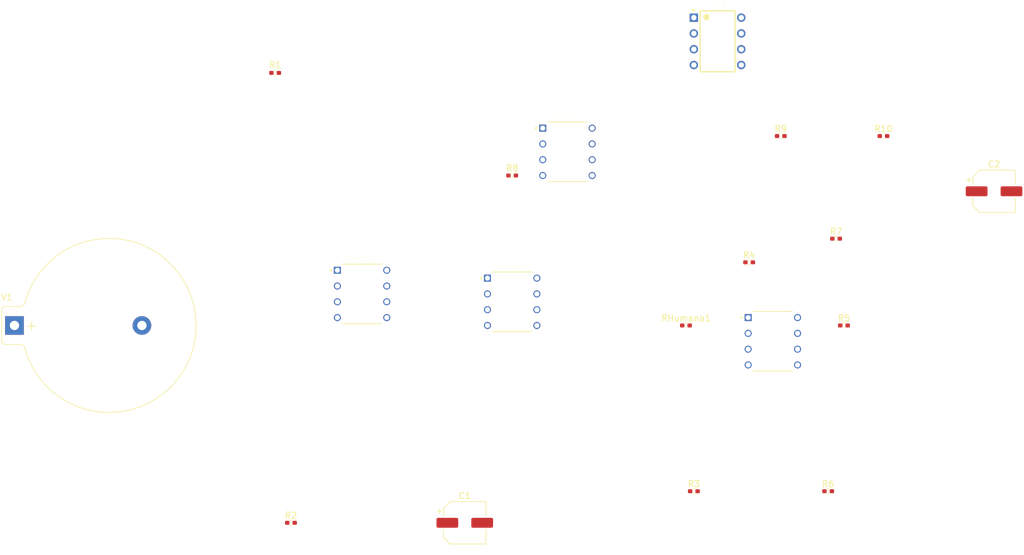
<source format=kicad_pcb>
(kicad_pcb (version 20171130) (host pcbnew "(5.1.8)-1")

  (general
    (thickness 1.6)
    (drawings 0)
    (tracks 0)
    (zones 0)
    (modules 19)
    (nets 20)
  )

  (page A4)
  (layers
    (0 F.Cu signal)
    (31 B.Cu signal)
    (32 B.Adhes user)
    (33 F.Adhes user)
    (34 B.Paste user)
    (35 F.Paste user)
    (36 B.SilkS user)
    (37 F.SilkS user)
    (38 B.Mask user)
    (39 F.Mask user)
    (40 Dwgs.User user)
    (41 Cmts.User user)
    (42 Eco1.User user)
    (43 Eco2.User user)
    (44 Edge.Cuts user)
    (45 Margin user)
    (46 B.CrtYd user)
    (47 F.CrtYd user)
    (48 B.Fab user)
    (49 F.Fab user)
  )

  (setup
    (last_trace_width 0.25)
    (trace_clearance 0.2)
    (zone_clearance 0.508)
    (zone_45_only no)
    (trace_min 0.2)
    (via_size 0.8)
    (via_drill 0.4)
    (via_min_size 0.4)
    (via_min_drill 0.3)
    (uvia_size 0.3)
    (uvia_drill 0.1)
    (uvias_allowed no)
    (uvia_min_size 0.2)
    (uvia_min_drill 0.1)
    (edge_width 0.1)
    (segment_width 0.2)
    (pcb_text_width 0.3)
    (pcb_text_size 1.5 1.5)
    (mod_edge_width 0.15)
    (mod_text_size 1 1)
    (mod_text_width 0.15)
    (pad_size 1.524 1.524)
    (pad_drill 0.762)
    (pad_to_mask_clearance 0)
    (aux_axis_origin 0 0)
    (visible_elements FFFFFF7F)
    (pcbplotparams
      (layerselection 0x010fc_ffffffff)
      (usegerberextensions false)
      (usegerberattributes true)
      (usegerberadvancedattributes true)
      (creategerberjobfile true)
      (excludeedgelayer true)
      (linewidth 0.100000)
      (plotframeref false)
      (viasonmask false)
      (mode 1)
      (useauxorigin false)
      (hpglpennumber 1)
      (hpglpenspeed 20)
      (hpglpendiameter 15.000000)
      (psnegative false)
      (psa4output false)
      (plotreference true)
      (plotvalue true)
      (plotinvisibletext false)
      (padsonsilk false)
      (subtractmaskfromsilk false)
      (outputformat 1)
      (mirror false)
      (drillshape 1)
      (scaleselection 1)
      (outputdirectory ""))
  )

  (net 0 "")
  (net 1 "Net-(C1-Pad2)")
  (net 2 Earth)
  (net 3 "Net-(C2-Pad1)")
  (net 4 GNDREF)
  (net 5 "Net-(R1-Pad2)")
  (net 6 "Net-(R1-Pad1)")
  (net 7 "Net-(R3-Pad1)")
  (net 8 "Net-(R4-Pad1)")
  (net 9 "Net-(R4-Pad2)")
  (net 10 "Net-(R5-Pad1)")
  (net 11 "Net-(R7-Pad1)")
  (net 12 "Net-(R8-Pad1)")
  (net 13 "Net-(R9-Pad2)")
  (net 14 "Net-(R10-Pad2)")
  (net 15 "Net-(U2:A1-Pad~)")
  (net 16 "Net-(U3-Pad3)")
  (net 17 "Net-(U3-Pad6)")
  (net 18 "Net-(U3-Pad7)")
  (net 19 "Net-(U3-Pad8)")

  (net_class Default "Esta es la clase de red por defecto."
    (clearance 0.2)
    (trace_width 0.25)
    (via_dia 0.8)
    (via_drill 0.4)
    (uvia_dia 0.3)
    (uvia_drill 0.1)
    (add_net Earth)
    (add_net GNDREF)
    (add_net "Net-(C1-Pad2)")
    (add_net "Net-(C2-Pad1)")
    (add_net "Net-(R1-Pad1)")
    (add_net "Net-(R1-Pad2)")
    (add_net "Net-(R10-Pad2)")
    (add_net "Net-(R3-Pad1)")
    (add_net "Net-(R4-Pad1)")
    (add_net "Net-(R4-Pad2)")
    (add_net "Net-(R5-Pad1)")
    (add_net "Net-(R7-Pad1)")
    (add_net "Net-(R8-Pad1)")
    (add_net "Net-(R9-Pad2)")
    (add_net "Net-(U2:A1-Pad~)")
    (add_net "Net-(U3-Pad3)")
    (add_net "Net-(U3-Pad6)")
    (add_net "Net-(U3-Pad7)")
    (add_net "Net-(U3-Pad8)")
  )

  (module Capacitor_SMD:CP_Elec_6.3x5.4 (layer F.Cu) (tedit 5BCA39D0) (tstamp 5FBC78C5)
    (at 142.24 137.16)
    (descr "SMD capacitor, aluminum electrolytic, Panasonic C55, 6.3x5.4mm")
    (tags "capacitor electrolytic")
    (path /5FB8FD93)
    (attr smd)
    (fp_text reference C1 (at 0 -4.35) (layer F.SilkS)
      (effects (font (size 1 1) (thickness 0.15)))
    )
    (fp_text value 1uF (at 0 4.35) (layer F.Fab)
      (effects (font (size 1 1) (thickness 0.15)))
    )
    (fp_text user %R (at 0 0) (layer F.Fab)
      (effects (font (size 1 1) (thickness 0.15)))
    )
    (fp_circle (center 0 0) (end 3.15 0) (layer F.Fab) (width 0.1))
    (fp_line (start 3.3 -3.3) (end 3.3 3.3) (layer F.Fab) (width 0.1))
    (fp_line (start -2.3 -3.3) (end 3.3 -3.3) (layer F.Fab) (width 0.1))
    (fp_line (start -2.3 3.3) (end 3.3 3.3) (layer F.Fab) (width 0.1))
    (fp_line (start -3.3 -2.3) (end -3.3 2.3) (layer F.Fab) (width 0.1))
    (fp_line (start -3.3 -2.3) (end -2.3 -3.3) (layer F.Fab) (width 0.1))
    (fp_line (start -3.3 2.3) (end -2.3 3.3) (layer F.Fab) (width 0.1))
    (fp_line (start -2.704838 -1.33) (end -2.074838 -1.33) (layer F.Fab) (width 0.1))
    (fp_line (start -2.389838 -1.645) (end -2.389838 -1.015) (layer F.Fab) (width 0.1))
    (fp_line (start 3.41 3.41) (end 3.41 1.06) (layer F.SilkS) (width 0.12))
    (fp_line (start 3.41 -3.41) (end 3.41 -1.06) (layer F.SilkS) (width 0.12))
    (fp_line (start -2.345563 -3.41) (end 3.41 -3.41) (layer F.SilkS) (width 0.12))
    (fp_line (start -2.345563 3.41) (end 3.41 3.41) (layer F.SilkS) (width 0.12))
    (fp_line (start -3.41 2.345563) (end -3.41 1.06) (layer F.SilkS) (width 0.12))
    (fp_line (start -3.41 -2.345563) (end -3.41 -1.06) (layer F.SilkS) (width 0.12))
    (fp_line (start -3.41 -2.345563) (end -2.345563 -3.41) (layer F.SilkS) (width 0.12))
    (fp_line (start -3.41 2.345563) (end -2.345563 3.41) (layer F.SilkS) (width 0.12))
    (fp_line (start -4.4375 -1.8475) (end -3.65 -1.8475) (layer F.SilkS) (width 0.12))
    (fp_line (start -4.04375 -2.24125) (end -4.04375 -1.45375) (layer F.SilkS) (width 0.12))
    (fp_line (start 3.55 -3.55) (end 3.55 -1.05) (layer F.CrtYd) (width 0.05))
    (fp_line (start 3.55 -1.05) (end 4.8 -1.05) (layer F.CrtYd) (width 0.05))
    (fp_line (start 4.8 -1.05) (end 4.8 1.05) (layer F.CrtYd) (width 0.05))
    (fp_line (start 4.8 1.05) (end 3.55 1.05) (layer F.CrtYd) (width 0.05))
    (fp_line (start 3.55 1.05) (end 3.55 3.55) (layer F.CrtYd) (width 0.05))
    (fp_line (start -2.4 3.55) (end 3.55 3.55) (layer F.CrtYd) (width 0.05))
    (fp_line (start -2.4 -3.55) (end 3.55 -3.55) (layer F.CrtYd) (width 0.05))
    (fp_line (start -3.55 2.4) (end -2.4 3.55) (layer F.CrtYd) (width 0.05))
    (fp_line (start -3.55 -2.4) (end -2.4 -3.55) (layer F.CrtYd) (width 0.05))
    (fp_line (start -3.55 -2.4) (end -3.55 -1.05) (layer F.CrtYd) (width 0.05))
    (fp_line (start -3.55 1.05) (end -3.55 2.4) (layer F.CrtYd) (width 0.05))
    (fp_line (start -3.55 -1.05) (end -4.8 -1.05) (layer F.CrtYd) (width 0.05))
    (fp_line (start -4.8 -1.05) (end -4.8 1.05) (layer F.CrtYd) (width 0.05))
    (fp_line (start -4.8 1.05) (end -3.55 1.05) (layer F.CrtYd) (width 0.05))
    (pad 2 smd roundrect (at 2.8 0) (size 3.5 1.6) (layers F.Cu F.Paste F.Mask) (roundrect_rratio 0.15625)
      (net 1 "Net-(C1-Pad2)"))
    (pad 1 smd roundrect (at -2.8 0) (size 3.5 1.6) (layers F.Cu F.Paste F.Mask) (roundrect_rratio 0.15625)
      (net 2 Earth))
    (model ${KISYS3DMOD}/Capacitor_SMD.3dshapes/CP_Elec_6.3x5.4.wrl
      (at (xyz 0 0 0))
      (scale (xyz 1 1 1))
      (rotate (xyz 0 0 0))
    )
  )

  (module Capacitor_SMD:CP_Elec_6.3x5.4 (layer F.Cu) (tedit 5BCA39D0) (tstamp 5FBC78ED)
    (at 227.33 83.82)
    (descr "SMD capacitor, aluminum electrolytic, Panasonic C55, 6.3x5.4mm")
    (tags "capacitor electrolytic")
    (path /5FC55084)
    (attr smd)
    (fp_text reference C2 (at 0 -4.35) (layer F.SilkS)
      (effects (font (size 1 1) (thickness 0.15)))
    )
    (fp_text value 4.7uF (at 0 4.35) (layer F.Fab)
      (effects (font (size 1 1) (thickness 0.15)))
    )
    (fp_line (start -4.8 1.05) (end -3.55 1.05) (layer F.CrtYd) (width 0.05))
    (fp_line (start -4.8 -1.05) (end -4.8 1.05) (layer F.CrtYd) (width 0.05))
    (fp_line (start -3.55 -1.05) (end -4.8 -1.05) (layer F.CrtYd) (width 0.05))
    (fp_line (start -3.55 1.05) (end -3.55 2.4) (layer F.CrtYd) (width 0.05))
    (fp_line (start -3.55 -2.4) (end -3.55 -1.05) (layer F.CrtYd) (width 0.05))
    (fp_line (start -3.55 -2.4) (end -2.4 -3.55) (layer F.CrtYd) (width 0.05))
    (fp_line (start -3.55 2.4) (end -2.4 3.55) (layer F.CrtYd) (width 0.05))
    (fp_line (start -2.4 -3.55) (end 3.55 -3.55) (layer F.CrtYd) (width 0.05))
    (fp_line (start -2.4 3.55) (end 3.55 3.55) (layer F.CrtYd) (width 0.05))
    (fp_line (start 3.55 1.05) (end 3.55 3.55) (layer F.CrtYd) (width 0.05))
    (fp_line (start 4.8 1.05) (end 3.55 1.05) (layer F.CrtYd) (width 0.05))
    (fp_line (start 4.8 -1.05) (end 4.8 1.05) (layer F.CrtYd) (width 0.05))
    (fp_line (start 3.55 -1.05) (end 4.8 -1.05) (layer F.CrtYd) (width 0.05))
    (fp_line (start 3.55 -3.55) (end 3.55 -1.05) (layer F.CrtYd) (width 0.05))
    (fp_line (start -4.04375 -2.24125) (end -4.04375 -1.45375) (layer F.SilkS) (width 0.12))
    (fp_line (start -4.4375 -1.8475) (end -3.65 -1.8475) (layer F.SilkS) (width 0.12))
    (fp_line (start -3.41 2.345563) (end -2.345563 3.41) (layer F.SilkS) (width 0.12))
    (fp_line (start -3.41 -2.345563) (end -2.345563 -3.41) (layer F.SilkS) (width 0.12))
    (fp_line (start -3.41 -2.345563) (end -3.41 -1.06) (layer F.SilkS) (width 0.12))
    (fp_line (start -3.41 2.345563) (end -3.41 1.06) (layer F.SilkS) (width 0.12))
    (fp_line (start -2.345563 3.41) (end 3.41 3.41) (layer F.SilkS) (width 0.12))
    (fp_line (start -2.345563 -3.41) (end 3.41 -3.41) (layer F.SilkS) (width 0.12))
    (fp_line (start 3.41 -3.41) (end 3.41 -1.06) (layer F.SilkS) (width 0.12))
    (fp_line (start 3.41 3.41) (end 3.41 1.06) (layer F.SilkS) (width 0.12))
    (fp_line (start -2.389838 -1.645) (end -2.389838 -1.015) (layer F.Fab) (width 0.1))
    (fp_line (start -2.704838 -1.33) (end -2.074838 -1.33) (layer F.Fab) (width 0.1))
    (fp_line (start -3.3 2.3) (end -2.3 3.3) (layer F.Fab) (width 0.1))
    (fp_line (start -3.3 -2.3) (end -2.3 -3.3) (layer F.Fab) (width 0.1))
    (fp_line (start -3.3 -2.3) (end -3.3 2.3) (layer F.Fab) (width 0.1))
    (fp_line (start -2.3 3.3) (end 3.3 3.3) (layer F.Fab) (width 0.1))
    (fp_line (start -2.3 -3.3) (end 3.3 -3.3) (layer F.Fab) (width 0.1))
    (fp_line (start 3.3 -3.3) (end 3.3 3.3) (layer F.Fab) (width 0.1))
    (fp_circle (center 0 0) (end 3.15 0) (layer F.Fab) (width 0.1))
    (fp_text user %R (at 0 0) (layer F.Fab)
      (effects (font (size 1 1) (thickness 0.15)))
    )
    (pad 1 smd roundrect (at -2.8 0) (size 3.5 1.6) (layers F.Cu F.Paste F.Mask) (roundrect_rratio 0.15625)
      (net 3 "Net-(C2-Pad1)"))
    (pad 2 smd roundrect (at 2.8 0) (size 3.5 1.6) (layers F.Cu F.Paste F.Mask) (roundrect_rratio 0.15625)
      (net 4 GNDREF))
    (model ${KISYS3DMOD}/Capacitor_SMD.3dshapes/CP_Elec_6.3x5.4.wrl
      (at (xyz 0 0 0))
      (scale (xyz 1 1 1))
      (rotate (xyz 0 0 0))
    )
  )

  (module Resistor_SMD:R_0402_1005Metric_Pad0.72x0.64mm_HandSolder (layer F.Cu) (tedit 5F6BB9E0) (tstamp 5FBC78FE)
    (at 111.76 64.77)
    (descr "Resistor SMD 0402 (1005 Metric), square (rectangular) end terminal, IPC_7351 nominal with elongated pad for handsoldering. (Body size source: IPC-SM-782 page 72, https://www.pcb-3d.com/wordpress/wp-content/uploads/ipc-sm-782a_amendment_1_and_2.pdf), generated with kicad-footprint-generator")
    (tags "resistor handsolder")
    (path /5FBAC4E0)
    (attr smd)
    (fp_text reference R1 (at 0 -1.27) (layer F.SilkS)
      (effects (font (size 1 1) (thickness 0.15)))
    )
    (fp_text value 100kΩ (at 0 1.17) (layer F.Fab)
      (effects (font (size 1 1) (thickness 0.15)))
    )
    (fp_text user %R (at 0 0) (layer F.Fab)
      (effects (font (size 0.26 0.26) (thickness 0.04)))
    )
    (fp_line (start -0.525 0.27) (end -0.525 -0.27) (layer F.Fab) (width 0.1))
    (fp_line (start -0.525 -0.27) (end 0.525 -0.27) (layer F.Fab) (width 0.1))
    (fp_line (start 0.525 -0.27) (end 0.525 0.27) (layer F.Fab) (width 0.1))
    (fp_line (start 0.525 0.27) (end -0.525 0.27) (layer F.Fab) (width 0.1))
    (fp_line (start -0.167621 -0.38) (end 0.167621 -0.38) (layer F.SilkS) (width 0.12))
    (fp_line (start -0.167621 0.38) (end 0.167621 0.38) (layer F.SilkS) (width 0.12))
    (fp_line (start -1.1 0.47) (end -1.1 -0.47) (layer F.CrtYd) (width 0.05))
    (fp_line (start -1.1 -0.47) (end 1.1 -0.47) (layer F.CrtYd) (width 0.05))
    (fp_line (start 1.1 -0.47) (end 1.1 0.47) (layer F.CrtYd) (width 0.05))
    (fp_line (start 1.1 0.47) (end -1.1 0.47) (layer F.CrtYd) (width 0.05))
    (pad 2 smd roundrect (at 0.5975 0) (size 0.715 0.64) (layers F.Cu F.Paste F.Mask) (roundrect_rratio 0.25)
      (net 5 "Net-(R1-Pad2)"))
    (pad 1 smd roundrect (at -0.5975 0) (size 0.715 0.64) (layers F.Cu F.Paste F.Mask) (roundrect_rratio 0.25)
      (net 6 "Net-(R1-Pad1)"))
    (model ${KISYS3DMOD}/Resistor_SMD.3dshapes/R_0402_1005Metric.wrl
      (at (xyz 0 0 0))
      (scale (xyz 1 1 1))
      (rotate (xyz 0 0 0))
    )
  )

  (module Resistor_SMD:R_0402_1005Metric_Pad0.72x0.64mm_HandSolder (layer F.Cu) (tedit 5F6BB9E0) (tstamp 5FBC790F)
    (at 114.3 137.16)
    (descr "Resistor SMD 0402 (1005 Metric), square (rectangular) end terminal, IPC_7351 nominal with elongated pad for handsoldering. (Body size source: IPC-SM-782 page 72, https://www.pcb-3d.com/wordpress/wp-content/uploads/ipc-sm-782a_amendment_1_and_2.pdf), generated with kicad-footprint-generator")
    (tags "resistor handsolder")
    (path /5FBA137D)
    (attr smd)
    (fp_text reference R2 (at 0 -1.17) (layer F.SilkS)
      (effects (font (size 1 1) (thickness 0.15)))
    )
    (fp_text value 100k (at 0 1.17) (layer F.Fab)
      (effects (font (size 1 1) (thickness 0.15)))
    )
    (fp_line (start 1.1 0.47) (end -1.1 0.47) (layer F.CrtYd) (width 0.05))
    (fp_line (start 1.1 -0.47) (end 1.1 0.47) (layer F.CrtYd) (width 0.05))
    (fp_line (start -1.1 -0.47) (end 1.1 -0.47) (layer F.CrtYd) (width 0.05))
    (fp_line (start -1.1 0.47) (end -1.1 -0.47) (layer F.CrtYd) (width 0.05))
    (fp_line (start -0.167621 0.38) (end 0.167621 0.38) (layer F.SilkS) (width 0.12))
    (fp_line (start -0.167621 -0.38) (end 0.167621 -0.38) (layer F.SilkS) (width 0.12))
    (fp_line (start 0.525 0.27) (end -0.525 0.27) (layer F.Fab) (width 0.1))
    (fp_line (start 0.525 -0.27) (end 0.525 0.27) (layer F.Fab) (width 0.1))
    (fp_line (start -0.525 -0.27) (end 0.525 -0.27) (layer F.Fab) (width 0.1))
    (fp_line (start -0.525 0.27) (end -0.525 -0.27) (layer F.Fab) (width 0.1))
    (fp_text user %R (at 0 0) (layer F.Fab)
      (effects (font (size 0.26 0.26) (thickness 0.04)))
    )
    (pad 1 smd roundrect (at -0.5975 0) (size 0.715 0.64) (layers F.Cu F.Paste F.Mask) (roundrect_rratio 0.25)
      (net 5 "Net-(R1-Pad2)"))
    (pad 2 smd roundrect (at 0.5975 0) (size 0.715 0.64) (layers F.Cu F.Paste F.Mask) (roundrect_rratio 0.25)
      (net 1 "Net-(C1-Pad2)"))
    (model ${KISYS3DMOD}/Resistor_SMD.3dshapes/R_0402_1005Metric.wrl
      (at (xyz 0 0 0))
      (scale (xyz 1 1 1))
      (rotate (xyz 0 0 0))
    )
  )

  (module Resistor_SMD:R_0402_1005Metric_Pad0.72x0.64mm_HandSolder (layer F.Cu) (tedit 5F6BB9E0) (tstamp 5FBC7920)
    (at 179.07 132.08)
    (descr "Resistor SMD 0402 (1005 Metric), square (rectangular) end terminal, IPC_7351 nominal with elongated pad for handsoldering. (Body size source: IPC-SM-782 page 72, https://www.pcb-3d.com/wordpress/wp-content/uploads/ipc-sm-782a_amendment_1_and_2.pdf), generated with kicad-footprint-generator")
    (tags "resistor handsolder")
    (path /5FBE5759)
    (attr smd)
    (fp_text reference R3 (at 0 -1.17) (layer F.SilkS)
      (effects (font (size 1 1) (thickness 0.15)))
    )
    (fp_text value 620kΩ (at 0 1.17) (layer F.Fab)
      (effects (font (size 1 1) (thickness 0.15)))
    )
    (fp_line (start 1.1 0.47) (end -1.1 0.47) (layer F.CrtYd) (width 0.05))
    (fp_line (start 1.1 -0.47) (end 1.1 0.47) (layer F.CrtYd) (width 0.05))
    (fp_line (start -1.1 -0.47) (end 1.1 -0.47) (layer F.CrtYd) (width 0.05))
    (fp_line (start -1.1 0.47) (end -1.1 -0.47) (layer F.CrtYd) (width 0.05))
    (fp_line (start -0.167621 0.38) (end 0.167621 0.38) (layer F.SilkS) (width 0.12))
    (fp_line (start -0.167621 -0.38) (end 0.167621 -0.38) (layer F.SilkS) (width 0.12))
    (fp_line (start 0.525 0.27) (end -0.525 0.27) (layer F.Fab) (width 0.1))
    (fp_line (start 0.525 -0.27) (end 0.525 0.27) (layer F.Fab) (width 0.1))
    (fp_line (start -0.525 -0.27) (end 0.525 -0.27) (layer F.Fab) (width 0.1))
    (fp_line (start -0.525 0.27) (end -0.525 -0.27) (layer F.Fab) (width 0.1))
    (fp_text user %R (at 0 0) (layer F.Fab)
      (effects (font (size 0.26 0.26) (thickness 0.04)))
    )
    (pad 1 smd roundrect (at -0.5975 0) (size 0.715 0.64) (layers F.Cu F.Paste F.Mask) (roundrect_rratio 0.25)
      (net 7 "Net-(R3-Pad1)"))
    (pad 2 smd roundrect (at 0.5975 0) (size 0.715 0.64) (layers F.Cu F.Paste F.Mask) (roundrect_rratio 0.25)
      (net 4 GNDREF))
    (model ${KISYS3DMOD}/Resistor_SMD.3dshapes/R_0402_1005Metric.wrl
      (at (xyz 0 0 0))
      (scale (xyz 1 1 1))
      (rotate (xyz 0 0 0))
    )
  )

  (module Resistor_SMD:R_0402_1005Metric_Pad0.72x0.64mm_HandSolder (layer F.Cu) (tedit 5F6BB9E0) (tstamp 5FBC7931)
    (at 187.96 95.25)
    (descr "Resistor SMD 0402 (1005 Metric), square (rectangular) end terminal, IPC_7351 nominal with elongated pad for handsoldering. (Body size source: IPC-SM-782 page 72, https://www.pcb-3d.com/wordpress/wp-content/uploads/ipc-sm-782a_amendment_1_and_2.pdf), generated with kicad-footprint-generator")
    (tags "resistor handsolder")
    (path /5FEE34CC)
    (attr smd)
    (fp_text reference R4 (at 0 -1.17) (layer F.SilkS)
      (effects (font (size 1 1) (thickness 0.15)))
    )
    (fp_text value 1M (at 0 1.17) (layer F.Fab)
      (effects (font (size 1 1) (thickness 0.15)))
    )
    (fp_line (start 1.1 0.47) (end -1.1 0.47) (layer F.CrtYd) (width 0.05))
    (fp_line (start 1.1 -0.47) (end 1.1 0.47) (layer F.CrtYd) (width 0.05))
    (fp_line (start -1.1 -0.47) (end 1.1 -0.47) (layer F.CrtYd) (width 0.05))
    (fp_line (start -1.1 0.47) (end -1.1 -0.47) (layer F.CrtYd) (width 0.05))
    (fp_line (start -0.167621 0.38) (end 0.167621 0.38) (layer F.SilkS) (width 0.12))
    (fp_line (start -0.167621 -0.38) (end 0.167621 -0.38) (layer F.SilkS) (width 0.12))
    (fp_line (start 0.525 0.27) (end -0.525 0.27) (layer F.Fab) (width 0.1))
    (fp_line (start 0.525 -0.27) (end 0.525 0.27) (layer F.Fab) (width 0.1))
    (fp_line (start -0.525 -0.27) (end 0.525 -0.27) (layer F.Fab) (width 0.1))
    (fp_line (start -0.525 0.27) (end -0.525 -0.27) (layer F.Fab) (width 0.1))
    (fp_text user %R (at 0 0) (layer F.Fab)
      (effects (font (size 0.26 0.26) (thickness 0.04)))
    )
    (pad 1 smd roundrect (at -0.5975 0) (size 0.715 0.64) (layers F.Cu F.Paste F.Mask) (roundrect_rratio 0.25)
      (net 8 "Net-(R4-Pad1)"))
    (pad 2 smd roundrect (at 0.5975 0) (size 0.715 0.64) (layers F.Cu F.Paste F.Mask) (roundrect_rratio 0.25)
      (net 9 "Net-(R4-Pad2)"))
    (model ${KISYS3DMOD}/Resistor_SMD.3dshapes/R_0402_1005Metric.wrl
      (at (xyz 0 0 0))
      (scale (xyz 1 1 1))
      (rotate (xyz 0 0 0))
    )
  )

  (module Resistor_SMD:R_0402_1005Metric_Pad0.72x0.64mm_HandSolder (layer F.Cu) (tedit 5F6BB9E0) (tstamp 5FBC7942)
    (at 203.2 105.41)
    (descr "Resistor SMD 0402 (1005 Metric), square (rectangular) end terminal, IPC_7351 nominal with elongated pad for handsoldering. (Body size source: IPC-SM-782 page 72, https://www.pcb-3d.com/wordpress/wp-content/uploads/ipc-sm-782a_amendment_1_and_2.pdf), generated with kicad-footprint-generator")
    (tags "resistor handsolder")
    (path /5FEEA5BA)
    (attr smd)
    (fp_text reference R5 (at 0 -1.17) (layer F.SilkS)
      (effects (font (size 1 1) (thickness 0.15)))
    )
    (fp_text value 1M (at 0 1.17) (layer F.Fab)
      (effects (font (size 1 1) (thickness 0.15)))
    )
    (fp_text user %R (at 0 0) (layer F.Fab)
      (effects (font (size 0.26 0.26) (thickness 0.04)))
    )
    (fp_line (start -0.525 0.27) (end -0.525 -0.27) (layer F.Fab) (width 0.1))
    (fp_line (start -0.525 -0.27) (end 0.525 -0.27) (layer F.Fab) (width 0.1))
    (fp_line (start 0.525 -0.27) (end 0.525 0.27) (layer F.Fab) (width 0.1))
    (fp_line (start 0.525 0.27) (end -0.525 0.27) (layer F.Fab) (width 0.1))
    (fp_line (start -0.167621 -0.38) (end 0.167621 -0.38) (layer F.SilkS) (width 0.12))
    (fp_line (start -0.167621 0.38) (end 0.167621 0.38) (layer F.SilkS) (width 0.12))
    (fp_line (start -1.1 0.47) (end -1.1 -0.47) (layer F.CrtYd) (width 0.05))
    (fp_line (start -1.1 -0.47) (end 1.1 -0.47) (layer F.CrtYd) (width 0.05))
    (fp_line (start 1.1 -0.47) (end 1.1 0.47) (layer F.CrtYd) (width 0.05))
    (fp_line (start 1.1 0.47) (end -1.1 0.47) (layer F.CrtYd) (width 0.05))
    (pad 2 smd roundrect (at 0.5975 0) (size 0.715 0.64) (layers F.Cu F.Paste F.Mask) (roundrect_rratio 0.25)
      (net 7 "Net-(R3-Pad1)"))
    (pad 1 smd roundrect (at -0.5975 0) (size 0.715 0.64) (layers F.Cu F.Paste F.Mask) (roundrect_rratio 0.25)
      (net 10 "Net-(R5-Pad1)"))
    (model ${KISYS3DMOD}/Resistor_SMD.3dshapes/R_0402_1005Metric.wrl
      (at (xyz 0 0 0))
      (scale (xyz 1 1 1))
      (rotate (xyz 0 0 0))
    )
  )

  (module Resistor_SMD:R_0402_1005Metric_Pad0.72x0.64mm_HandSolder (layer F.Cu) (tedit 5F6BB9E0) (tstamp 5FBC7953)
    (at 200.66 132.08)
    (descr "Resistor SMD 0402 (1005 Metric), square (rectangular) end terminal, IPC_7351 nominal with elongated pad for handsoldering. (Body size source: IPC-SM-782 page 72, https://www.pcb-3d.com/wordpress/wp-content/uploads/ipc-sm-782a_amendment_1_and_2.pdf), generated with kicad-footprint-generator")
    (tags "resistor handsolder")
    (path /5FC0BCBD)
    (attr smd)
    (fp_text reference R6 (at 0 -1.17) (layer F.SilkS)
      (effects (font (size 1 1) (thickness 0.15)))
    )
    (fp_text value 1M (at 0 1.17) (layer F.Fab)
      (effects (font (size 1 1) (thickness 0.15)))
    )
    (fp_line (start 1.1 0.47) (end -1.1 0.47) (layer F.CrtYd) (width 0.05))
    (fp_line (start 1.1 -0.47) (end 1.1 0.47) (layer F.CrtYd) (width 0.05))
    (fp_line (start -1.1 -0.47) (end 1.1 -0.47) (layer F.CrtYd) (width 0.05))
    (fp_line (start -1.1 0.47) (end -1.1 -0.47) (layer F.CrtYd) (width 0.05))
    (fp_line (start -0.167621 0.38) (end 0.167621 0.38) (layer F.SilkS) (width 0.12))
    (fp_line (start -0.167621 -0.38) (end 0.167621 -0.38) (layer F.SilkS) (width 0.12))
    (fp_line (start 0.525 0.27) (end -0.525 0.27) (layer F.Fab) (width 0.1))
    (fp_line (start 0.525 -0.27) (end 0.525 0.27) (layer F.Fab) (width 0.1))
    (fp_line (start -0.525 -0.27) (end 0.525 -0.27) (layer F.Fab) (width 0.1))
    (fp_line (start -0.525 0.27) (end -0.525 -0.27) (layer F.Fab) (width 0.1))
    (fp_text user %R (at 0 0) (layer F.Fab)
      (effects (font (size 0.26 0.26) (thickness 0.04)))
    )
    (pad 1 smd roundrect (at -0.5975 0) (size 0.715 0.64) (layers F.Cu F.Paste F.Mask) (roundrect_rratio 0.25)
      (net 10 "Net-(R5-Pad1)"))
    (pad 2 smd roundrect (at 0.5975 0) (size 0.715 0.64) (layers F.Cu F.Paste F.Mask) (roundrect_rratio 0.25)
      (net 4 GNDREF))
    (model ${KISYS3DMOD}/Resistor_SMD.3dshapes/R_0402_1005Metric.wrl
      (at (xyz 0 0 0))
      (scale (xyz 1 1 1))
      (rotate (xyz 0 0 0))
    )
  )

  (module Resistor_SMD:R_0402_1005Metric_Pad0.72x0.64mm_HandSolder (layer F.Cu) (tedit 5F6BB9E0) (tstamp 5FBC7964)
    (at 201.93 91.44)
    (descr "Resistor SMD 0402 (1005 Metric), square (rectangular) end terminal, IPC_7351 nominal with elongated pad for handsoldering. (Body size source: IPC-SM-782 page 72, https://www.pcb-3d.com/wordpress/wp-content/uploads/ipc-sm-782a_amendment_1_and_2.pdf), generated with kicad-footprint-generator")
    (tags "resistor handsolder")
    (path /5FEBF6A2)
    (attr smd)
    (fp_text reference R7 (at 0 -1.17) (layer F.SilkS)
      (effects (font (size 1 1) (thickness 0.15)))
    )
    (fp_text value 1M (at 0 1.17) (layer F.Fab)
      (effects (font (size 1 1) (thickness 0.15)))
    )
    (fp_text user %R (at 0 0) (layer F.Fab)
      (effects (font (size 0.26 0.26) (thickness 0.04)))
    )
    (fp_line (start -0.525 0.27) (end -0.525 -0.27) (layer F.Fab) (width 0.1))
    (fp_line (start -0.525 -0.27) (end 0.525 -0.27) (layer F.Fab) (width 0.1))
    (fp_line (start 0.525 -0.27) (end 0.525 0.27) (layer F.Fab) (width 0.1))
    (fp_line (start 0.525 0.27) (end -0.525 0.27) (layer F.Fab) (width 0.1))
    (fp_line (start -0.167621 -0.38) (end 0.167621 -0.38) (layer F.SilkS) (width 0.12))
    (fp_line (start -0.167621 0.38) (end 0.167621 0.38) (layer F.SilkS) (width 0.12))
    (fp_line (start -1.1 0.47) (end -1.1 -0.47) (layer F.CrtYd) (width 0.05))
    (fp_line (start -1.1 -0.47) (end 1.1 -0.47) (layer F.CrtYd) (width 0.05))
    (fp_line (start 1.1 -0.47) (end 1.1 0.47) (layer F.CrtYd) (width 0.05))
    (fp_line (start 1.1 0.47) (end -1.1 0.47) (layer F.CrtYd) (width 0.05))
    (pad 2 smd roundrect (at 0.5975 0) (size 0.715 0.64) (layers F.Cu F.Paste F.Mask) (roundrect_rratio 0.25)
      (net 8 "Net-(R4-Pad1)"))
    (pad 1 smd roundrect (at -0.5975 0) (size 0.715 0.64) (layers F.Cu F.Paste F.Mask) (roundrect_rratio 0.25)
      (net 11 "Net-(R7-Pad1)"))
    (model ${KISYS3DMOD}/Resistor_SMD.3dshapes/R_0402_1005Metric.wrl
      (at (xyz 0 0 0))
      (scale (xyz 1 1 1))
      (rotate (xyz 0 0 0))
    )
  )

  (module Resistor_SMD:R_0402_1005Metric_Pad0.72x0.64mm_HandSolder (layer F.Cu) (tedit 5F6BB9E0) (tstamp 5FBC7975)
    (at 149.86 81.28)
    (descr "Resistor SMD 0402 (1005 Metric), square (rectangular) end terminal, IPC_7351 nominal with elongated pad for handsoldering. (Body size source: IPC-SM-782 page 72, https://www.pcb-3d.com/wordpress/wp-content/uploads/ipc-sm-782a_amendment_1_and_2.pdf), generated with kicad-footprint-generator")
    (tags "resistor handsolder")
    (path /5FCD7306)
    (attr smd)
    (fp_text reference R8 (at 0 -1.17) (layer F.SilkS)
      (effects (font (size 1 1) (thickness 0.15)))
    )
    (fp_text value 33K (at 0 1.17) (layer F.Fab)
      (effects (font (size 1 1) (thickness 0.15)))
    )
    (fp_line (start 1.1 0.47) (end -1.1 0.47) (layer F.CrtYd) (width 0.05))
    (fp_line (start 1.1 -0.47) (end 1.1 0.47) (layer F.CrtYd) (width 0.05))
    (fp_line (start -1.1 -0.47) (end 1.1 -0.47) (layer F.CrtYd) (width 0.05))
    (fp_line (start -1.1 0.47) (end -1.1 -0.47) (layer F.CrtYd) (width 0.05))
    (fp_line (start -0.167621 0.38) (end 0.167621 0.38) (layer F.SilkS) (width 0.12))
    (fp_line (start -0.167621 -0.38) (end 0.167621 -0.38) (layer F.SilkS) (width 0.12))
    (fp_line (start 0.525 0.27) (end -0.525 0.27) (layer F.Fab) (width 0.1))
    (fp_line (start 0.525 -0.27) (end 0.525 0.27) (layer F.Fab) (width 0.1))
    (fp_line (start -0.525 -0.27) (end 0.525 -0.27) (layer F.Fab) (width 0.1))
    (fp_line (start -0.525 0.27) (end -0.525 -0.27) (layer F.Fab) (width 0.1))
    (fp_text user %R (at 0 0) (layer F.Fab)
      (effects (font (size 0.26 0.26) (thickness 0.04)))
    )
    (pad 1 smd roundrect (at -0.5975 0) (size 0.715 0.64) (layers F.Cu F.Paste F.Mask) (roundrect_rratio 0.25)
      (net 12 "Net-(R8-Pad1)"))
    (pad 2 smd roundrect (at 0.5975 0) (size 0.715 0.64) (layers F.Cu F.Paste F.Mask) (roundrect_rratio 0.25)
      (net 2 Earth))
    (model ${KISYS3DMOD}/Resistor_SMD.3dshapes/R_0402_1005Metric.wrl
      (at (xyz 0 0 0))
      (scale (xyz 1 1 1))
      (rotate (xyz 0 0 0))
    )
  )

  (module Resistor_SMD:R_0402_1005Metric_Pad0.72x0.64mm_HandSolder (layer F.Cu) (tedit 5F6BB9E0) (tstamp 5FBC7986)
    (at 193.04 74.93)
    (descr "Resistor SMD 0402 (1005 Metric), square (rectangular) end terminal, IPC_7351 nominal with elongated pad for handsoldering. (Body size source: IPC-SM-782 page 72, https://www.pcb-3d.com/wordpress/wp-content/uploads/ipc-sm-782a_amendment_1_and_2.pdf), generated with kicad-footprint-generator")
    (tags "resistor handsolder")
    (path /5FC5462A)
    (attr smd)
    (fp_text reference R9 (at 0 -1.17) (layer F.SilkS)
      (effects (font (size 1 1) (thickness 0.15)))
    )
    (fp_text value 33k (at 0 1.17) (layer F.Fab)
      (effects (font (size 1 1) (thickness 0.15)))
    )
    (fp_text user %R (at 0 0) (layer F.Fab)
      (effects (font (size 0.26 0.26) (thickness 0.04)))
    )
    (fp_line (start -0.525 0.27) (end -0.525 -0.27) (layer F.Fab) (width 0.1))
    (fp_line (start -0.525 -0.27) (end 0.525 -0.27) (layer F.Fab) (width 0.1))
    (fp_line (start 0.525 -0.27) (end 0.525 0.27) (layer F.Fab) (width 0.1))
    (fp_line (start 0.525 0.27) (end -0.525 0.27) (layer F.Fab) (width 0.1))
    (fp_line (start -0.167621 -0.38) (end 0.167621 -0.38) (layer F.SilkS) (width 0.12))
    (fp_line (start -0.167621 0.38) (end 0.167621 0.38) (layer F.SilkS) (width 0.12))
    (fp_line (start -1.1 0.47) (end -1.1 -0.47) (layer F.CrtYd) (width 0.05))
    (fp_line (start -1.1 -0.47) (end 1.1 -0.47) (layer F.CrtYd) (width 0.05))
    (fp_line (start 1.1 -0.47) (end 1.1 0.47) (layer F.CrtYd) (width 0.05))
    (fp_line (start 1.1 0.47) (end -1.1 0.47) (layer F.CrtYd) (width 0.05))
    (pad 2 smd roundrect (at 0.5975 0) (size 0.715 0.64) (layers F.Cu F.Paste F.Mask) (roundrect_rratio 0.25)
      (net 13 "Net-(R9-Pad2)"))
    (pad 1 smd roundrect (at -0.5975 0) (size 0.715 0.64) (layers F.Cu F.Paste F.Mask) (roundrect_rratio 0.25)
      (net 14 "Net-(R10-Pad2)"))
    (model ${KISYS3DMOD}/Resistor_SMD.3dshapes/R_0402_1005Metric.wrl
      (at (xyz 0 0 0))
      (scale (xyz 1 1 1))
      (rotate (xyz 0 0 0))
    )
  )

  (module Resistor_SMD:R_0402_1005Metric_Pad0.72x0.64mm_HandSolder (layer F.Cu) (tedit 5F6BB9E0) (tstamp 5FBC7997)
    (at 209.55 74.93)
    (descr "Resistor SMD 0402 (1005 Metric), square (rectangular) end terminal, IPC_7351 nominal with elongated pad for handsoldering. (Body size source: IPC-SM-782 page 72, https://www.pcb-3d.com/wordpress/wp-content/uploads/ipc-sm-782a_amendment_1_and_2.pdf), generated with kicad-footprint-generator")
    (tags "resistor handsolder")
    (path /5FBD2A00)
    (attr smd)
    (fp_text reference R10 (at 0 -1.17) (layer F.SilkS)
      (effects (font (size 1 1) (thickness 0.15)))
    )
    (fp_text value 10k (at 0 1.17) (layer F.Fab)
      (effects (font (size 1 1) (thickness 0.15)))
    )
    (fp_line (start 1.1 0.47) (end -1.1 0.47) (layer F.CrtYd) (width 0.05))
    (fp_line (start 1.1 -0.47) (end 1.1 0.47) (layer F.CrtYd) (width 0.05))
    (fp_line (start -1.1 -0.47) (end 1.1 -0.47) (layer F.CrtYd) (width 0.05))
    (fp_line (start -1.1 0.47) (end -1.1 -0.47) (layer F.CrtYd) (width 0.05))
    (fp_line (start -0.167621 0.38) (end 0.167621 0.38) (layer F.SilkS) (width 0.12))
    (fp_line (start -0.167621 -0.38) (end 0.167621 -0.38) (layer F.SilkS) (width 0.12))
    (fp_line (start 0.525 0.27) (end -0.525 0.27) (layer F.Fab) (width 0.1))
    (fp_line (start 0.525 -0.27) (end 0.525 0.27) (layer F.Fab) (width 0.1))
    (fp_line (start -0.525 -0.27) (end 0.525 -0.27) (layer F.Fab) (width 0.1))
    (fp_line (start -0.525 0.27) (end -0.525 -0.27) (layer F.Fab) (width 0.1))
    (fp_text user %R (at 0 0) (layer F.Fab)
      (effects (font (size 0.26 0.26) (thickness 0.04)))
    )
    (pad 1 smd roundrect (at -0.5975 0) (size 0.715 0.64) (layers F.Cu F.Paste F.Mask) (roundrect_rratio 0.25)
      (net 3 "Net-(C2-Pad1)"))
    (pad 2 smd roundrect (at 0.5975 0) (size 0.715 0.64) (layers F.Cu F.Paste F.Mask) (roundrect_rratio 0.25)
      (net 14 "Net-(R10-Pad2)"))
    (model ${KISYS3DMOD}/Resistor_SMD.3dshapes/R_0402_1005Metric.wrl
      (at (xyz 0 0 0))
      (scale (xyz 1 1 1))
      (rotate (xyz 0 0 0))
    )
  )

  (module Resistor_SMD:R_0402_1005Metric_Pad0.72x0.64mm_HandSolder (layer F.Cu) (tedit 5F6BB9E0) (tstamp 5FBC79A8)
    (at 177.8 105.41)
    (descr "Resistor SMD 0402 (1005 Metric), square (rectangular) end terminal, IPC_7351 nominal with elongated pad for handsoldering. (Body size source: IPC-SM-782 page 72, https://www.pcb-3d.com/wordpress/wp-content/uploads/ipc-sm-782a_amendment_1_and_2.pdf), generated with kicad-footprint-generator")
    (tags "resistor handsolder")
    (path /5FBD5C51)
    (attr smd)
    (fp_text reference RHumana1 (at 0 -1.17) (layer F.SilkS)
      (effects (font (size 1 1) (thickness 0.15)))
    )
    (fp_text value 2500 (at 0 1.17) (layer F.Fab)
      (effects (font (size 1 1) (thickness 0.15)))
    )
    (fp_text user %R (at 0 0) (layer F.Fab)
      (effects (font (size 0.26 0.26) (thickness 0.04)))
    )
    (fp_line (start -0.525 0.27) (end -0.525 -0.27) (layer F.Fab) (width 0.1))
    (fp_line (start -0.525 -0.27) (end 0.525 -0.27) (layer F.Fab) (width 0.1))
    (fp_line (start 0.525 -0.27) (end 0.525 0.27) (layer F.Fab) (width 0.1))
    (fp_line (start 0.525 0.27) (end -0.525 0.27) (layer F.Fab) (width 0.1))
    (fp_line (start -0.167621 -0.38) (end 0.167621 -0.38) (layer F.SilkS) (width 0.12))
    (fp_line (start -0.167621 0.38) (end 0.167621 0.38) (layer F.SilkS) (width 0.12))
    (fp_line (start -1.1 0.47) (end -1.1 -0.47) (layer F.CrtYd) (width 0.05))
    (fp_line (start -1.1 -0.47) (end 1.1 -0.47) (layer F.CrtYd) (width 0.05))
    (fp_line (start 1.1 -0.47) (end 1.1 0.47) (layer F.CrtYd) (width 0.05))
    (fp_line (start 1.1 0.47) (end -1.1 0.47) (layer F.CrtYd) (width 0.05))
    (pad 2 smd roundrect (at 0.5975 0) (size 0.715 0.64) (layers F.Cu F.Paste F.Mask) (roundrect_rratio 0.25)
      (net 7 "Net-(R3-Pad1)"))
    (pad 1 smd roundrect (at -0.5975 0) (size 0.715 0.64) (layers F.Cu F.Paste F.Mask) (roundrect_rratio 0.25)
      (net 8 "Net-(R4-Pad1)"))
    (model ${KISYS3DMOD}/Resistor_SMD.3dshapes/R_0402_1005Metric.wrl
      (at (xyz 0 0 0))
      (scale (xyz 1 1 1))
      (rotate (xyz 0 0 0))
    )
  )

  (module IL300:DIP762W50P254L977H451Q8 (layer F.Cu) (tedit 5FB9F15B) (tstamp 5FBC79C1)
    (at 182.88 59.69)
    (path /5FB4BEBC)
    (fp_text reference U3 (at 0.375235 -6.038755) (layer F.SilkS)
      (effects (font (size 1.000622 1.000622) (thickness 0.015)))
    )
    (fp_text value IL300 (at 11.324305 5.875035) (layer F.Fab)
      (effects (font (size 1.001709 1.001709) (thickness 0.015)))
    )
    (fp_circle (center -1.9 -3.9) (end -1.758581 -3.9) (layer F.SilkS) (width 0.2))
    (fp_circle (center -1.7 -3.9) (end -1.5 -3.9) (layer F.SilkS) (width 0.2))
    (fp_circle (center -1.8 -3.9) (end -1.576394 -3.9) (layer F.SilkS) (width 0.2))
    (fp_circle (center -3.9 -5) (end -3.758581 -5) (layer F.SilkS) (width 0.2))
    (fp_circle (center -1.8 -3.9) (end -1.4 -3.9) (layer F.SilkS) (width 0.2))
    (fp_line (start -4.75 5.25) (end -4.75 -5.25) (layer F.CrtYd) (width 0.05))
    (fp_line (start 4.75 5.25) (end -4.75 5.25) (layer F.CrtYd) (width 0.05))
    (fp_line (start 4.75 -5.25) (end 4.75 5.25) (layer F.CrtYd) (width 0.05))
    (fp_line (start -4.75 -5.25) (end 4.75 -5.25) (layer F.CrtYd) (width 0.05))
    (fp_line (start -2.8 4.9) (end -2.8 -4.9) (layer F.SilkS) (width 0.2))
    (fp_line (start 2.8 4.9) (end -2.8 4.9) (layer F.SilkS) (width 0.2))
    (fp_line (start 2.8 -4.9) (end 2.8 4.9) (layer F.SilkS) (width 0.2))
    (fp_line (start -2.8 -4.9) (end 2.8 -4.9) (layer F.SilkS) (width 0.2))
    (pad 1 thru_hole rect (at -3.81 -3.81) (size 1.35 1.35) (drill 0.85) (layers *.Cu *.Mask)
      (net 15 "Net-(U2:A1-Pad~)"))
    (pad 2 thru_hole circle (at -3.81 -1.27) (size 1.35 1.35) (drill 0.85) (layers *.Cu *.Mask)
      (net 2 Earth))
    (pad 3 thru_hole circle (at -3.81 1.27) (size 1.35 1.35) (drill 0.85) (layers *.Cu *.Mask)
      (net 16 "Net-(U3-Pad3)"))
    (pad 4 thru_hole circle (at -3.81 3.81) (size 1.35 1.35) (drill 0.85) (layers *.Cu *.Mask)
      (net 12 "Net-(R8-Pad1)"))
    (pad 5 thru_hole circle (at 3.81 3.81) (size 1.35 1.35) (drill 0.85) (layers *.Cu *.Mask)
      (net 14 "Net-(R10-Pad2)"))
    (pad 6 thru_hole circle (at 3.81 1.27) (size 1.35 1.35) (drill 0.85) (layers *.Cu *.Mask)
      (net 17 "Net-(U3-Pad6)"))
    (pad 7 thru_hole circle (at 3.81 -1.27) (size 1.35 1.35) (drill 0.85) (layers *.Cu *.Mask)
      (net 18 "Net-(U3-Pad7)"))
    (pad 8 thru_hole circle (at 3.81 -3.81) (size 1.35 1.35) (drill 0.85) (layers *.Cu *.Mask)
      (net 19 "Net-(U3-Pad8)"))
  )

  (module LF353N:DIP794W45P254L959H508Q8 (layer F.Cu) (tedit 5FB9EE2C) (tstamp 5FBC79D9)
    (at 149.86 101.6)
    (path /5FB545C7)
    (fp_text reference U1:A1 (at -0.565 -5.607) (layer F.SilkS)
      (effects (font (size 1 1) (thickness 0.015)))
    )
    (fp_text value LF353 (at 10.865 5.607) (layer F.Fab)
      (effects (font (size 1 1) (thickness 0.015)))
    )
    (fp_line (start -4.785 -5.045) (end -4.785 5.045) (layer F.CrtYd) (width 0.05))
    (fp_line (start 4.785 -5.045) (end 4.785 5.045) (layer F.CrtYd) (width 0.05))
    (fp_line (start 4.785 5.045) (end -4.785 5.045) (layer F.CrtYd) (width 0.05))
    (fp_line (start 4.785 -5.045) (end -4.785 -5.045) (layer F.CrtYd) (width 0.05))
    (fp_line (start 3.175 -4.795) (end 3.175 4.795) (layer F.Fab) (width 0.127))
    (fp_line (start -3.175 -4.795) (end -3.175 4.795) (layer F.Fab) (width 0.127))
    (fp_line (start -3.175 4.795) (end 3.175 4.795) (layer F.SilkS) (width 0.127))
    (fp_line (start -3.175 -4.795) (end 3.175 -4.795) (layer F.SilkS) (width 0.127))
    (fp_line (start -3.175 4.795) (end 3.175 4.795) (layer F.Fab) (width 0.127))
    (fp_line (start -3.175 -4.795) (end 3.175 -4.795) (layer F.Fab) (width 0.127))
    (fp_circle (center -5.035 -3.81) (end -4.935 -3.81) (layer F.Fab) (width 0.2))
    (fp_circle (center -5.035 -3.81) (end -4.935 -3.81) (layer F.SilkS) (width 0.2))
    (pad 1 thru_hole rect (at -3.97 -3.81) (size 1.13 1.13) (drill 0.78) (layers *.Cu *.Mask))
    (pad 2 thru_hole circle (at -3.97 -1.27) (size 1.13 1.13) (drill 0.78) (layers *.Cu *.Mask))
    (pad 3 thru_hole circle (at -3.97 1.27) (size 1.13 1.13) (drill 0.78) (layers *.Cu *.Mask))
    (pad 4 thru_hole circle (at -3.97 3.81) (size 1.13 1.13) (drill 0.78) (layers *.Cu *.Mask))
    (pad 5 thru_hole circle (at 3.97 3.81) (size 1.13 1.13) (drill 0.78) (layers *.Cu *.Mask))
    (pad 6 thru_hole circle (at 3.97 1.27) (size 1.13 1.13) (drill 0.78) (layers *.Cu *.Mask))
    (pad 7 thru_hole circle (at 3.97 -1.27) (size 1.13 1.13) (drill 0.78) (layers *.Cu *.Mask))
    (pad 8 thru_hole circle (at 3.97 -3.81) (size 1.13 1.13) (drill 0.78) (layers *.Cu *.Mask))
  )

  (module LF353N:DIP794W45P254L959H508Q8 (layer F.Cu) (tedit 5FB9EE2C) (tstamp 5FBC79F1)
    (at 191.77 107.95)
    (path /5FB55245)
    (fp_text reference U1:B1 (at -0.565 -5.607) (layer F.SilkS)
      (effects (font (size 1 1) (thickness 0.015)))
    )
    (fp_text value LF353 (at 10.865 5.607) (layer F.Fab)
      (effects (font (size 1 1) (thickness 0.015)))
    )
    (fp_circle (center -5.035 -3.81) (end -4.935 -3.81) (layer F.SilkS) (width 0.2))
    (fp_circle (center -5.035 -3.81) (end -4.935 -3.81) (layer F.Fab) (width 0.2))
    (fp_line (start -3.175 -4.795) (end 3.175 -4.795) (layer F.Fab) (width 0.127))
    (fp_line (start -3.175 4.795) (end 3.175 4.795) (layer F.Fab) (width 0.127))
    (fp_line (start -3.175 -4.795) (end 3.175 -4.795) (layer F.SilkS) (width 0.127))
    (fp_line (start -3.175 4.795) (end 3.175 4.795) (layer F.SilkS) (width 0.127))
    (fp_line (start -3.175 -4.795) (end -3.175 4.795) (layer F.Fab) (width 0.127))
    (fp_line (start 3.175 -4.795) (end 3.175 4.795) (layer F.Fab) (width 0.127))
    (fp_line (start 4.785 -5.045) (end -4.785 -5.045) (layer F.CrtYd) (width 0.05))
    (fp_line (start 4.785 5.045) (end -4.785 5.045) (layer F.CrtYd) (width 0.05))
    (fp_line (start 4.785 -5.045) (end 4.785 5.045) (layer F.CrtYd) (width 0.05))
    (fp_line (start -4.785 -5.045) (end -4.785 5.045) (layer F.CrtYd) (width 0.05))
    (pad 8 thru_hole circle (at 3.97 -3.81) (size 1.13 1.13) (drill 0.78) (layers *.Cu *.Mask))
    (pad 7 thru_hole circle (at 3.97 -1.27) (size 1.13 1.13) (drill 0.78) (layers *.Cu *.Mask))
    (pad 6 thru_hole circle (at 3.97 1.27) (size 1.13 1.13) (drill 0.78) (layers *.Cu *.Mask))
    (pad 5 thru_hole circle (at 3.97 3.81) (size 1.13 1.13) (drill 0.78) (layers *.Cu *.Mask))
    (pad 4 thru_hole circle (at -3.97 3.81) (size 1.13 1.13) (drill 0.78) (layers *.Cu *.Mask))
    (pad 3 thru_hole circle (at -3.97 1.27) (size 1.13 1.13) (drill 0.78) (layers *.Cu *.Mask))
    (pad 2 thru_hole circle (at -3.97 -1.27) (size 1.13 1.13) (drill 0.78) (layers *.Cu *.Mask))
    (pad 1 thru_hole rect (at -3.97 -3.81) (size 1.13 1.13) (drill 0.78) (layers *.Cu *.Mask))
  )

  (module LF353N:DIP794W45P254L959H508Q8 (layer F.Cu) (tedit 5FB9EE2C) (tstamp 5FBC7A09)
    (at 158.75 77.47)
    (path /5FB559F3)
    (fp_text reference U2:A1 (at -0.565 -5.607) (layer F.SilkS)
      (effects (font (size 1 1) (thickness 0.015)))
    )
    (fp_text value LF353 (at 10.865 5.607) (layer F.Fab)
      (effects (font (size 1 1) (thickness 0.015)))
    )
    (fp_circle (center -5.035 -3.81) (end -4.935 -3.81) (layer F.SilkS) (width 0.2))
    (fp_circle (center -5.035 -3.81) (end -4.935 -3.81) (layer F.Fab) (width 0.2))
    (fp_line (start -3.175 -4.795) (end 3.175 -4.795) (layer F.Fab) (width 0.127))
    (fp_line (start -3.175 4.795) (end 3.175 4.795) (layer F.Fab) (width 0.127))
    (fp_line (start -3.175 -4.795) (end 3.175 -4.795) (layer F.SilkS) (width 0.127))
    (fp_line (start -3.175 4.795) (end 3.175 4.795) (layer F.SilkS) (width 0.127))
    (fp_line (start -3.175 -4.795) (end -3.175 4.795) (layer F.Fab) (width 0.127))
    (fp_line (start 3.175 -4.795) (end 3.175 4.795) (layer F.Fab) (width 0.127))
    (fp_line (start 4.785 -5.045) (end -4.785 -5.045) (layer F.CrtYd) (width 0.05))
    (fp_line (start 4.785 5.045) (end -4.785 5.045) (layer F.CrtYd) (width 0.05))
    (fp_line (start 4.785 -5.045) (end 4.785 5.045) (layer F.CrtYd) (width 0.05))
    (fp_line (start -4.785 -5.045) (end -4.785 5.045) (layer F.CrtYd) (width 0.05))
    (pad 8 thru_hole circle (at 3.97 -3.81) (size 1.13 1.13) (drill 0.78) (layers *.Cu *.Mask))
    (pad 7 thru_hole circle (at 3.97 -1.27) (size 1.13 1.13) (drill 0.78) (layers *.Cu *.Mask))
    (pad 6 thru_hole circle (at 3.97 1.27) (size 1.13 1.13) (drill 0.78) (layers *.Cu *.Mask))
    (pad 5 thru_hole circle (at 3.97 3.81) (size 1.13 1.13) (drill 0.78) (layers *.Cu *.Mask))
    (pad 4 thru_hole circle (at -3.97 3.81) (size 1.13 1.13) (drill 0.78) (layers *.Cu *.Mask))
    (pad 3 thru_hole circle (at -3.97 1.27) (size 1.13 1.13) (drill 0.78) (layers *.Cu *.Mask))
    (pad 2 thru_hole circle (at -3.97 -1.27) (size 1.13 1.13) (drill 0.78) (layers *.Cu *.Mask))
    (pad 1 thru_hole rect (at -3.97 -3.81) (size 1.13 1.13) (drill 0.78) (layers *.Cu *.Mask))
  )

  (module LF353N:DIP794W45P254L959H508Q8 (layer F.Cu) (tedit 5FB9EE2C) (tstamp 5FBC7A21)
    (at 125.73 100.33)
    (path /5FB5306A)
    (fp_text reference U5:A1 (at -0.565 -5.607) (layer F.SilkS)
      (effects (font (size 1 1) (thickness 0.015)))
    )
    (fp_text value LF353 (at 10.865 5.607) (layer F.Fab)
      (effects (font (size 1 1) (thickness 0.015)))
    )
    (fp_line (start -4.785 -5.045) (end -4.785 5.045) (layer F.CrtYd) (width 0.05))
    (fp_line (start 4.785 -5.045) (end 4.785 5.045) (layer F.CrtYd) (width 0.05))
    (fp_line (start 4.785 5.045) (end -4.785 5.045) (layer F.CrtYd) (width 0.05))
    (fp_line (start 4.785 -5.045) (end -4.785 -5.045) (layer F.CrtYd) (width 0.05))
    (fp_line (start 3.175 -4.795) (end 3.175 4.795) (layer F.Fab) (width 0.127))
    (fp_line (start -3.175 -4.795) (end -3.175 4.795) (layer F.Fab) (width 0.127))
    (fp_line (start -3.175 4.795) (end 3.175 4.795) (layer F.SilkS) (width 0.127))
    (fp_line (start -3.175 -4.795) (end 3.175 -4.795) (layer F.SilkS) (width 0.127))
    (fp_line (start -3.175 4.795) (end 3.175 4.795) (layer F.Fab) (width 0.127))
    (fp_line (start -3.175 -4.795) (end 3.175 -4.795) (layer F.Fab) (width 0.127))
    (fp_circle (center -5.035 -3.81) (end -4.935 -3.81) (layer F.Fab) (width 0.2))
    (fp_circle (center -5.035 -3.81) (end -4.935 -3.81) (layer F.SilkS) (width 0.2))
    (pad 1 thru_hole rect (at -3.97 -3.81) (size 1.13 1.13) (drill 0.78) (layers *.Cu *.Mask))
    (pad 2 thru_hole circle (at -3.97 -1.27) (size 1.13 1.13) (drill 0.78) (layers *.Cu *.Mask))
    (pad 3 thru_hole circle (at -3.97 1.27) (size 1.13 1.13) (drill 0.78) (layers *.Cu *.Mask))
    (pad 4 thru_hole circle (at -3.97 3.81) (size 1.13 1.13) (drill 0.78) (layers *.Cu *.Mask))
    (pad 5 thru_hole circle (at 3.97 3.81) (size 1.13 1.13) (drill 0.78) (layers *.Cu *.Mask))
    (pad 6 thru_hole circle (at 3.97 1.27) (size 1.13 1.13) (drill 0.78) (layers *.Cu *.Mask))
    (pad 7 thru_hole circle (at 3.97 -1.27) (size 1.13 1.13) (drill 0.78) (layers *.Cu *.Mask))
    (pad 8 thru_hole circle (at 3.97 -3.81) (size 1.13 1.13) (drill 0.78) (layers *.Cu *.Mask))
  )

  (module Battery:BatteryHolder_Keystone_105_1x2430 (layer F.Cu) (tedit 5787C363) (tstamp 5FBC7A50)
    (at 69.85 105.41)
    (descr http://www.keyelco.com/product-pdf.cfm?p=745)
    (tags "Keystone type 105 battery holder")
    (path /5FBB4E05)
    (fp_text reference V1 (at -1.25 -4.5) (layer F.SilkS)
      (effects (font (size 1 1) (thickness 0.15)))
    )
    (fp_text value 9V (at 15 15) (layer F.Fab)
      (effects (font (size 1 1) (thickness 0.15)))
    )
    (fp_line (start 24.384 -8.5471) (end 25.2992 -9.3988) (layer F.Fab) (width 0.1))
    (fp_line (start 24.4094 8.4963) (end 25.3746 9.398) (layer F.Fab) (width 0.1))
    (fp_line (start 0 -1.3) (end 0 1.3) (layer F.Fab) (width 0.1))
    (fp_line (start 16.2 -1.3) (end 0 -1.3) (layer F.Fab) (width 0.1))
    (fp_line (start 0 1.3) (end 16.2 1.3) (layer F.Fab) (width 0.1))
    (fp_line (start -1.9 -2.5) (end -1.9 2.5) (layer F.Fab) (width 0.1))
    (fp_line (start -1.5 3.3) (end 0.95 3.3) (layer F.CrtYd) (width 0.05))
    (fp_line (start 0.95 -3.3) (end -1.5 -3.3) (layer F.CrtYd) (width 0.05))
    (fp_line (start -2.3 -2.5) (end -2.3 2.5) (layer F.CrtYd) (width 0.05))
    (fp_line (start -1.5 2.9) (end 0.95 2.9) (layer F.Fab) (width 0.1))
    (fp_line (start 0.95 -2.9) (end -1.5 -2.9) (layer F.Fab) (width 0.1))
    (fp_line (start -2.05 -2.5) (end -2.05 2.5) (layer F.SilkS) (width 0.12))
    (fp_line (start -1.5 3.05) (end 0.95 3.05) (layer F.SilkS) (width 0.12))
    (fp_line (start 0.95 -3.05) (end -1.5 -3.05) (layer F.SilkS) (width 0.12))
    (fp_text user + (at 2.75 0) (layer F.SilkS)
      (effects (font (size 1.5 1.5) (thickness 0.15)))
    )
    (fp_text user %R (at 0 0) (layer F.Fab)
      (effects (font (size 1 1) (thickness 0.15)))
    )
    (fp_arc (start 15.2 0) (end 1.65 3.52) (angle -165.5) (layer F.SilkS) (width 0.12))
    (fp_arc (start 15.2 0) (end 1.8 3.5) (angle -165.5) (layer F.Fab) (width 0.1))
    (fp_arc (start 15.2 0) (end 1.65 -3.52) (angle 165.5) (layer F.SilkS) (width 0.12))
    (fp_arc (start 15.2 0) (end 1.8 -3.5) (angle 165.5) (layer F.Fab) (width 0.1))
    (fp_arc (start 0.95 3.8) (end 0.95 3.05) (angle 70) (layer F.SilkS) (width 0.12))
    (fp_arc (start 0.95 3.8) (end 0.95 2.9) (angle 70) (layer F.Fab) (width 0.1))
    (fp_arc (start 0.95 -3.8) (end 0.95 -3.05) (angle -70) (layer F.SilkS) (width 0.12))
    (fp_arc (start 0.95 -3.8) (end 0.95 -2.9) (angle -70) (layer F.Fab) (width 0.1))
    (fp_arc (start -1.5 -2.5) (end -2.05 -2.5) (angle 90) (layer F.SilkS) (width 0.12))
    (fp_arc (start -1.5 2.5) (end -2.05 2.5) (angle -90) (layer F.SilkS) (width 0.12))
    (fp_arc (start -1.5 2.5) (end -1.9 2.5) (angle -90) (layer F.Fab) (width 0.1))
    (fp_arc (start -1.5 -2.5) (end -2.3 -2.5) (angle 90) (layer F.CrtYd) (width 0.05))
    (fp_arc (start 0.95 3.8) (end 0.95 3.3) (angle 70) (layer F.CrtYd) (width 0.05))
    (fp_arc (start 15.2 0) (end 1.41 3.6) (angle -165.5) (layer F.CrtYd) (width 0.05))
    (fp_arc (start 15.2 0) (end 1.41 -3.6) (angle 165.5) (layer F.CrtYd) (width 0.05))
    (fp_arc (start 15.2 0) (end 2.75 1.3) (angle -180) (layer F.Fab) (width 0.1))
    (fp_arc (start 15.2 0) (end 9 1.3) (angle -170) (layer F.Fab) (width 0.1))
    (fp_arc (start 15.2 0) (end 13.3 1.3) (angle -150) (layer F.Fab) (width 0.1))
    (fp_arc (start 15.2 0) (end 13.3 -1.3) (angle 150) (layer F.Fab) (width 0.1))
    (fp_arc (start 15.2 0) (end 9 -1.3) (angle 170) (layer F.Fab) (width 0.1))
    (fp_arc (start 15.2 0) (end 2.75 -1.3) (angle 180) (layer F.Fab) (width 0.1))
    (fp_arc (start 0.95 -3.8) (end 0.95 -3.3) (angle -70) (layer F.CrtYd) (width 0.05))
    (fp_arc (start 16.2 0) (end 16.2 -1.3) (angle 180) (layer F.Fab) (width 0.1))
    (fp_arc (start -1.5 2.5) (end -2.3 2.5) (angle -90) (layer F.CrtYd) (width 0.05))
    (fp_arc (start -1.5 -2.5) (end -1.9 -2.5) (angle 90) (layer F.Fab) (width 0.1))
    (pad 2 thru_hole circle (at 20.49 0) (size 3 3) (drill 1.5) (layers *.Cu *.Mask)
      (net 1 "Net-(C1-Pad2)"))
    (pad 1 thru_hole rect (at 0 0) (size 3 3) (drill 1.5) (layers *.Cu *.Mask)
      (net 6 "Net-(R1-Pad1)"))
    (model ${KISYS3DMOD}/Battery.3dshapes/BatteryHolder_Keystone_105_1x2430.wrl
      (at (xyz 0 0 0))
      (scale (xyz 1 1 1))
      (rotate (xyz 0 0 0))
    )
  )

)

</source>
